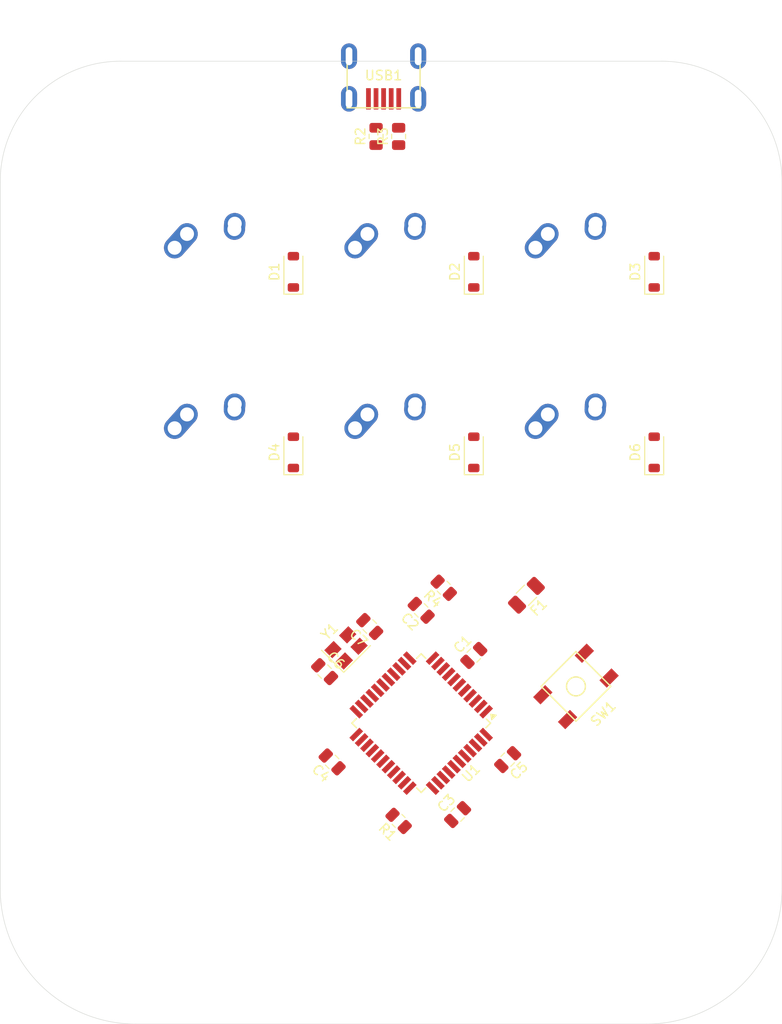
<source format=kicad_pcb>
(kicad_pcb (version 20240108) (generator "pcbnew") (generator_version "8.0")
  (layers (0 "F.Cu" signal) (31 "B.Cu" signal) (34 "B.Paste" user) (35 "F.Paste" user) (36 "B.SilkS" user "B.Silkscreen") (37 "F.SilkS" user "F.Silkscreen") (38 "B.Mask" user) (39 "F.Mask" user) (44 "Edge.Cuts" user))
  (net 0 "")
  (net 1 "GND")
  (net 2 "Net-(U1-UCAP)")
  (net 3 "+5V")
  (net 4 "Net-(U1-XTAL1)")
  (net 5 "Net-(U1-XTAL2)")
  (net 6 "Net-(D1-A)")
  (net 7 "ROW0")
  (net 8 "Net-(D2-A)")
  (net 9 "Net-(D3-A)")
  (net 10 "ROW1")
  (net 11 "Net-(D4-A)")
  (net 12 "Net-(D5-A)")
  (net 13 "Net-(D6-A)")
  (net 14 "VCC")
  (net 15 "COL0")
  (net 16 "COL1")
  (net 17 "COL2")
  (net 18 "Net-(U1-~{HWB}{slash}PE2)")
  (net 19 "D+")
  (net 20 "Net-(U1-D+)")
  (net 21 "D-")
  (net 22 "Net-(U1-D-)")
  (net 23 "Net-(U1-~{RESET})")
  (footprint "Capacitor_SMD:C_0805_2012Metric" (layer "F.Cu") (at 104.381498 129.259251 -135)
    (property "Reference" "C5" (at 0 -1.679999 45) (layer "F.SilkS"))
    (property "Value" "10uF")
    (fp_line (start -0.261253 0.735) (end 0.261253 0.735) (stroke (width 0.12)) (layer "F.SilkS"))
    (fp_line (start -0.261253 -0.735) (end 0.261253 -0.735) (stroke (width 0.12)) (layer "F.SilkS"))
    (pad "1" smd roundrect (at -0.949999 0 225) (size 1 1.45) (layers "F.Cu" "F.Paste" "F.Mask") (net 3 "+5V"))
    (pad "2" smd roundrect (at 0.949999 0 225) (size 1 1.45) (layers "F.Cu" "F.Paste" "F.Mask") (net 1 "GND"))
  )
  (footprint "MX_Alps_Hybrid:MX-1U-NoLED" (layer "F.Cu") (at 73.025 96.8375)
    (property "Reference" "MX4")
    (property "Value" "MX-NoLED")
    (pad "" np_thru_hole circle (at -5.08 0 48.0996) (size 1.75 1.75) (drill 1.75) (layers "*.Cu" "*.Mask"))
    (pad "" np_thru_hole circle (at 0 0) (size 3.9878 3.9878) (drill 3.9878) (layers "*.Cu" "*.Mask"))
    (pad "" np_thru_hole circle (at 5.08 0 48.0996) (size 1.75 1.75) (drill 1.75) (layers "*.Cu" "*.Mask"))
    (pad "1" thru_hole oval (at -3.81 -2.54 48.0996) (size 4.211556 2.25) (drill 1.47 (offset 0.980778 0)) (layers "*.Cu" "B.Mask") (net 15 "COL0"))
    (pad "1" thru_hole circle (at -2.5 -4) (size 2.25 2.25) (drill 1.47) (layers "*.Cu" "B.Mask") (net 15 "COL0"))
    (pad "2" thru_hole oval (at 2.5 -4.5 86.0548) (size 2.831378 2.25) (drill 1.47 (offset 0.290689 0)) (layers "*.Cu" "B.Mask") (net 11 "Net-(D4-A)"))
    (pad "2" thru_hole circle (at 2.54 -5.08) (size 2.25 2.25) (drill 1.47) (layers "*.Cu" "B.Mask") (net 11 "Net-(D4-A)"))
  )
  (footprint "Diode_SMD:D_SOD-123" (layer "F.Cu") (at 119.85625 96.8375 90)
    (property "Reference" "D6" (at 0 -2 90) (layer "F.SilkS"))
    (property "Value" "D_Small")
    (fp_line (start -2.36 -1) (end 1.65 -1) (stroke (width 0.12)) (layer "F.SilkS"))
    (fp_line (start -2.36 -1) (end -2.36 1) (stroke (width 0.12)) (layer "F.SilkS"))
    (fp_line (start -2.36 1) (end 1.65 1) (stroke (width 0.12)) (layer "F.SilkS"))
    (pad "1" smd roundrect (at -1.65 0 90) (size 0.9 1.2) (layers "F.Cu" "F.Paste" "F.Mask") (net 10 "ROW1"))
    (pad "2" smd roundrect (at 1.65 0 90) (size 0.9 1.2) (layers "F.Cu" "F.Paste" "F.Mask") (net 13 "Net-(D6-A)"))
  )
  (footprint "MX_Alps_Hybrid:MX-1U-NoLED" (layer "F.Cu") (at 92.075 77.7875)
    (property "Reference" "MX2")
    (property "Value" "MX-NoLED")
    (pad "" np_thru_hole circle (at -5.08 0 48.0996) (size 1.75 1.75) (drill 1.75) (layers "*.Cu" "*.Mask"))
    (pad "" np_thru_hole circle (at 0 0) (size 3.9878 3.9878) (drill 3.9878) (layers "*.Cu" "*.Mask"))
    (pad "" np_thru_hole circle (at 5.08 0 48.0996) (size 1.75 1.75) (drill 1.75) (layers "*.Cu" "*.Mask"))
    (pad "1" thru_hole oval (at -3.81 -2.54 48.0996) (size 4.211556 2.25) (drill 1.47 (offset 0.980778 0)) (layers "*.Cu" "B.Mask") (net 16 "COL1"))
    (pad "1" thru_hole circle (at -2.5 -4) (size 2.25 2.25) (drill 1.47) (layers "*.Cu" "B.Mask") (net 16 "COL1"))
    (pad "2" thru_hole oval (at 2.5 -4.5 86.0548) (size 2.831378 2.25) (drill 1.47 (offset 0.290689 0)) (layers "*.Cu" "B.Mask") (net 8 "Net-(D2-A)"))
    (pad "2" thru_hole circle (at 2.54 -5.08) (size 2.25 2.25) (drill 1.47) (layers "*.Cu" "B.Mask") (net 8 "Net-(D2-A)"))
  )
  (footprint "random-keyboard-parts:SKQG-1155865" (layer "F.Cu") (at 111.593571 121.533883 45)
    (property "Reference" "SW1" (at 0 4.064 45) (layer "F.SilkS"))
    (property "Value" "SW_Push")
    (fp_line (start -2.6 -2.6) (end 2.6 -2.6) (stroke (width 0.15)) (layer "F.SilkS"))
    (fp_line (start 2.6 -2.6) (end 2.6 2.6) (stroke (width 0.15)) (layer "F.SilkS"))
    (fp_line (start -2.6 2.6) (end -2.6 -2.6) (stroke (width 0.15)) (layer "F.SilkS"))
    (fp_line (start 2.6 2.6) (end -2.6 2.6) (stroke (width 0.15)) (layer "F.SilkS"))
    (fp_circle (center 0 0) (end 1 0) (stroke (width 0.15)) (fill none) (layer "F.SilkS"))
    (pad "1" smd rect (at 3.1 1.850001 45) (size 1.8 1.1) (layers "F.Cu" "F.Paste" "F.Mask") (net 1 "GND"))
    (pad "2" smd rect (at -3.1 -1.850001 45) (size 1.8 1.1) (layers "F.Cu" "F.Paste" "F.Mask") (net 23 "Net-(U1-~{RESET})"))
    (pad "3" smd rect (at 3.1 -1.850001 45) (size 1.8 1.1) (layers "F.Cu" "F.Paste" "F.Mask"))
    (pad "4" smd rect (at -3.1 1.850001 45) (size 1.8 1.1) (layers "F.Cu" "F.Paste" "F.Mask"))
  )
  (footprint "Capacitor_SMD:C_0805_2012Metric" (layer "F.Cu") (at 100.80625 118.26875 45)
    (property "Reference" "C1" (at 0 -1.679999 45) (layer "F.SilkS"))
    (property "Value" "1uF")
    (fp_line (start -0.261253 -0.735) (end 0.261253 -0.735) (stroke (width 0.12)) (layer "F.SilkS"))
    (fp_line (start -0.261253 0.735) (end 0.261253 0.735) (stroke (width 0.12)) (layer "F.SilkS"))
    (pad "1" smd roundrect (at -0.949999 0 45) (size 1 1.45) (layers "F.Cu" "F.Paste" "F.Mask") (net 2 "Net-(U1-UCAP)"))
    (pad "2" smd roundrect (at 0.949999 0 45) (size 1 1.45) (layers "F.Cu" "F.Paste" "F.Mask") (net 1 "GND"))
  )
  (footprint "MX_Alps_Hybrid:MX-1U-NoLED" (layer "F.Cu") (at 92.075 96.8375)
    (property "Reference" "MX5")
    (property "Value" "MX-NoLED")
    (pad "" np_thru_hole circle (at -5.08 0 48.0996) (size 1.75 1.75) (drill 1.75) (layers "*.Cu" "*.Mask"))
    (pad "" np_thru_hole circle (at 0 0) (size 3.9878 3.9878) (drill 3.9878) (layers "*.Cu" "*.Mask"))
    (pad "" np_thru_hole circle (at 5.08 0 48.0996) (size 1.75 1.75) (drill 1.75) (layers "*.Cu" "*.Mask"))
    (pad "1" thru_hole oval (at -3.81 -2.54 48.0996) (size 4.211556 2.25) (drill 1.47 (offset 0.980778 0)) (layers "*.Cu" "B.Mask") (net 16 "COL1"))
    (pad "1" thru_hole circle (at -2.5 -4) (size 2.25 2.25) (drill 1.47) (layers "*.Cu" "B.Mask") (net 16 "COL1"))
    (pad "2" thru_hole oval (at 2.5 -4.5 86.0548) (size 2.831378 2.25) (drill 1.47 (offset 0.290689 0)) (layers "*.Cu" "B.Mask") (net 12 "Net-(D5-A)"))
    (pad "2" thru_hole circle (at 2.54 -5.08) (size 2.25 2.25) (drill 1.47) (layers "*.Cu" "B.Mask") (net 12 "Net-(D5-A)"))
  )
  (footprint "Capacitor_SMD:C_0805_2012Metric" (layer "F.Cu") (at 95.25 113.50625 135)
    (property "Reference" "C2" (at 0 -1.679999 135) (layer "F.SilkS"))
    (property "Value" "0.1uF")
    (fp_line (start -0.261253 -0.735) (end 0.261253 -0.735) (stroke (width 0.12)) (layer "F.SilkS"))
    (fp_line (start -0.261253 0.735) (end 0.261253 0.735) (stroke (width 0.12)) (layer "F.SilkS"))
    (pad "1" smd roundrect (at -0.949999 0 135) (size 1 1.45) (layers "F.Cu" "F.Paste" "F.Mask") (net 3 "+5V"))
    (pad "2" smd roundrect (at 0.949999 0 135) (size 1 1.45) (layers "F.Cu" "F.Paste" "F.Mask") (net 1 "GND"))
  )
  (footprint "Resistor_SMD:R_0805_2012Metric" (layer "F.Cu") (at 92.86875 63.5 90)
    (property "Reference" "R3" (at 0 -1.65 90) (layer "F.SilkS"))
    (property "Value" "22")
    (fp_line (start -0.227064 -0.735) (end 0.227064 -0.735) (stroke (width 0.12)) (layer "F.SilkS"))
    (fp_line (start -0.227064 0.735) (end 0.227064 0.735) (stroke (width 0.12)) (layer "F.SilkS"))
    (pad "1" smd roundrect (at -0.9125 0 90) (size 1.025 1.4) (layers "F.Cu" "F.Paste" "F.Mask") (roundrect_rratio 0.243902) (net 22 "Net-(U1-D-)"))
    (pad "2" smd roundrect (at 0.9125 0 90) (size 1.025 1.4) (layers "F.Cu" "F.Paste" "F.Mask") (roundrect_rratio 0.243902) (net 21 "D-"))
  )
  (footprint "Diode_SMD:D_SOD-123" (layer "F.Cu") (at 119.85625 77.7875 90)
    (property "Reference" "D3" (at 0 -2 90) (layer "F.SilkS"))
    (property "Value" "D_Small")
    (fp_line (start -2.36 -1) (end 1.65 -1) (stroke (width 0.12)) (layer "F.SilkS"))
    (fp_line (start -2.36 -1) (end -2.36 1) (stroke (width 0.12)) (layer "F.SilkS"))
    (fp_line (start -2.36 1) (end 1.65 1) (stroke (width 0.12)) (layer "F.SilkS"))
    (pad "1" smd roundrect (at -1.65 0 90) (size 0.9 1.2) (layers "F.Cu" "F.Paste" "F.Mask") (net 7 "ROW0"))
    (pad "2" smd roundrect (at 1.65 0 90) (size 0.9 1.2) (layers "F.Cu" "F.Paste" "F.Mask") (net 9 "Net-(D3-A)"))
  )
  (footprint "random-keyboard-parts:Molex-0548190589" (layer "F.Cu") (at 91.28125 55.03125 -90)
    (property "Reference" "USB1" (at 2.032 0 360) (layer "F.SilkS"))
    (property "Value" "Molex-0548190589")
    (fp_line (start 0 3.85) (end 5.45 3.85) (stroke (width 0.15)) (layer "F.SilkS"))
    (fp_line (start 0 -3.85) (end 5.45 -3.85) (stroke (width 0.15)) (layer "F.SilkS"))
    (fp_line (start 5.45 -3.85) (end 5.45 3.85) (stroke (width 0.15)) (layer "F.SilkS"))
    (pad "1" smd rect (at 4.5 1.6 270) (size 2.25 0.5) (layers "F.Cu" "F.Paste" "F.Mask") (net 1 "GND"))
    (pad "2" smd rect (at 4.5 0.8 270) (size 2.25 0.5) (layers "F.Cu" "F.Paste" "F.Mask"))
    (pad "3" smd rect (at 4.5 0 270) (size 2.25 0.5) (layers "F.Cu" "F.Paste" "F.Mask") (net 19 "D+"))
    (pad "4" smd rect (at 4.5 -0.8 270) (size 2.25 0.5) (layers "F.Cu" "F.Paste" "F.Mask") (net 21 "D-"))
    (pad "5" smd rect (at 4.5 -1.6 270) (size 2.25 0.5) (layers "F.Cu" "F.Paste" "F.Mask") (net 14 "VCC"))
    (pad "6" thru_hole oval (at 0 -3.65 270) (size 2.7 1.7) (drill oval 1.9 0.7) (layers "*.Cu" "*.Mask"))
    (pad "6" thru_hole oval (at 0 3.65 270) (size 2.7 1.7) (drill oval 1.9 0.7) (layers "*.Cu" "*.Mask"))
    (pad "6" thru_hole oval (at 4.5 -3.65 270) (size 2.7 1.7) (drill oval 1.9 0.7) (layers "*.Cu" "*.Mask"))
    (pad "6" thru_hole oval (at 4.5 3.65 270) (size 2.7 1.7) (drill oval 1.9 0.7) (layers "*.Cu" "*.Mask"))
  )
  (footprint "MX_Alps_Hybrid:MX-1U-NoLED" (layer "F.Cu") (at 73.025 77.7875)
    (property "Reference" "MX1")
    (property "Value" "MX-NoLED")
    (pad "" np_thru_hole circle (at -5.08 0 48.0996) (size 1.75 1.75) (drill 1.75) (layers "*.Cu" "*.Mask"))
    (pad "" np_thru_hole circle (at 0 0) (size 3.9878 3.9878) (drill 3.9878) (layers "*.Cu" "*.Mask"))
    (pad "" np_thru_hole circle (at 5.08 0 48.0996) (size 1.75 1.75) (drill 1.75) (layers "*.Cu" "*.Mask"))
    (pad "1" thru_hole oval (at -3.81 -2.54 48.0996) (size 4.211556 2.25) (drill 1.47 (offset 0.980778 0)) (layers "*.Cu" "B.Mask") (net 15 "COL0"))
    (pad "1" thru_hole circle (at -2.5 -4) (size 2.25 2.25) (drill 1.47) (layers "*.Cu" "B.Mask") (net 15 "COL0"))
    (pad "2" thru_hole oval (at 2.5 -4.5 86.0548) (size 2.831378 2.25) (drill 1.47 (offset 0.290689 0)) (layers "*.Cu" "B.Mask") (net 6 "Net-(D1-A)"))
    (pad "2" thru_hole circle (at 2.54 -5.08) (size 2.25 2.25) (drill 1.47) (layers "*.Cu" "B.Mask") (net 6 "Net-(D1-A)"))
  )
  (footprint "Fuse:Fuse_1206_3216Metric" (layer "F.Cu") (at 106.3625 111.91875 -135)
    (property "Reference" "F1" (at 0 -1.82 45) (layer "F.SilkS"))
    (property "Value" "500mA")
    (fp_line (start -0.602064 0.91) (end 0.602064 0.91) (stroke (width 0.12)) (layer "F.SilkS"))
    (fp_line (start -0.602064 -0.91) (end 0.602064 -0.91) (stroke (width 0.12)) (layer "F.SilkS"))
    (pad "1" smd roundrect (at -1.399999 0 225) (size 1.25 1.75) (layers "F.Cu" "F.Paste" "F.Mask") (roundrect_rratio 0.2) (net 14 "VCC"))
    (pad "2" smd roundrect (at 1.399999 0 225) (size 1.25 1.75) (layers "F.Cu" "F.Paste" "F.Mask") (roundrect_rratio 0.2) (net 3 "+5V"))
  )
  (footprint "Capacitor_SMD:C_0805_2012Metric" (layer "F.Cu") (at 99.096751 135.059499 45)
    (property "Reference" "C3" (at 0 -1.679999 45) (layer "F.SilkS"))
    (property "Value" "0.1uF")
    (fp_line (start -0.261253 -0.735) (end 0.261253 -0.735) (stroke (width 0.12)) (layer "F.SilkS"))
    (fp_line (start -0.261253 0.735) (end 0.261253 0.735) (stroke (width 0.12)) (layer "F.SilkS"))
    (pad "1" smd roundrect (at -0.949999 0 45) (size 1 1.45) (layers "F.Cu" "F.Paste" "F.Mask") (net 3 "+5V"))
    (pad "2" smd roundrect (at 0.949999 0 45) (size 1 1.45) (layers "F.Cu" "F.Paste" "F.Mask") (net 1 "GND"))
  )
  (footprint "Package_QFP:TQFP-44_10x10mm_P0.8mm" (layer "F.Cu") (at 95.25 125.4125 -135)
    (property "Reference" "U1" (at 0 -7.450001 45) (layer "F.SilkS"))
    (property "Value" "ATmega32U4-A")
    (fp_line (start 5.175 5.175) (end 4.5 5.175) (stroke (width 0.15)) (layer "F.SilkS"))
    (fp_line (start 5.175 5.175) (end 5.175 4.5) (stroke (width 0.15)) (layer "F.SilkS"))
    (fp_line (start -5.175 5.175) (end -4.5 5.175) (stroke (width 0.15)) (layer "F.SilkS"))
    (fp_line (start -5.175 5.175) (end -5.175 4.5) (stroke (width 0.15)) (layer "F.SilkS"))
    (fp_line (start 5.175 -5.175) (end 5.175 -4.5) (stroke (width 0.15)) (layer "F.SilkS"))
    (fp_line (start 5.175 -5.175) (end 4.5 -5.175) (stroke (width 0.15)) (layer "F.SilkS"))
    (fp_line (start -5.175 -5.175) (end -4.5 -5.175) (stroke (width 0.15)) (layer "F.SilkS"))
    (fp_line (start -5.175 -5.175) (end -5.175001 -4.56) (stroke (width 0.15)) (layer "F.SilkS"))
    (fp_poly (pts (xy -5.86 -4.54) (xy -6.2 -5.01) (xy -5.519999 -5.01) (xy -5.86 -4.54)) (stroke (width 0.12)) (fill solid) (layer "F.SilkS"))
    (pad "1" smd rect (at -5.7 -4 225) (size 1.5 0.55) (layers "F.Cu" "F.Paste" "F.Mask"))
    (pad "2" smd rect (at -5.7 -3.2 225) (size 1.5 0.55) (layers "F.Cu" "F.Paste" "F.Mask") (net 3 "+5V"))
    (pad "3" smd rect (at -5.7 -2.4 225) (size 1.5 0.55) (layers "F.Cu" "F.Paste" "F.Mask") (net 22 "Net-(U1-D-)"))
    (pad "4" smd rect (at -5.7 -1.6 225) (size 1.5 0.55) (layers "F.Cu" "F.Paste" "F.Mask") (net 20 "Net-(U1-D+)"))
    (pad "5" smd rect (at -5.7 -0.8 225) (size 1.5 0.55) (layers "F.Cu" "F.Paste" "F.Mask") (net 1 "GND"))
    (pad "6" smd rect (at -5.7 0 225) (size 1.5 0.55) (layers "F.Cu" "F.Paste" "F.Mask") (net 2 "Net-(U1-UCAP)"))
    (pad "7" smd rect (at -5.7 0.8 225) (size 1.5 0.55) (layers "F.Cu" "F.Paste" "F.Mask") (net 3 "+5V"))
    (pad "8" smd rect (at -5.7 1.6 225) (size 1.5 0.55) (layers "F.Cu" "F.Paste" "F.Mask"))
    (pad "9" smd rect (at -5.7 2.4 225) (size 1.5 0.55) (layers "F.Cu" "F.Paste" "F.Mask"))
    (pad "10" smd rect (at -5.7 3.2 225) (size 1.5 0.55) (layers "F.Cu" "F.Paste" "F.Mask"))
    (pad "11" smd rect (at -5.7 4 225) (size 1.5 0.55) (layers "F.Cu" "F.Paste" "F.Mask"))
    (pad "12" smd rect (at -4 5.7 315) (size 1.5 0.55) (layers "F.Cu" "F.Paste" "F.Mask"))
    (pad "13" smd rect (at -3.2 5.7 315) (size 1.5 0.55) (layers "F.Cu" "F.Paste" "F.Mask") (net 23 "Net-(U1-~{RESET})"))
    (pad "14" smd rect (at -2.4 5.7 315) (size 1.5 0.55) (layers "F.Cu" "F.Paste" "F.Mask") (net 3 "+5V"))
    (pad "15" smd rect (at -1.6 5.7 315) (size 1.5 0.55) (layers "F.Cu" "F.Paste" "F.Mask") (net 1 "GND"))
    (pad "16" smd rect (at -0.8 5.7 315) (size 1.5 0.55) (layers "F.Cu" "F.Paste" "F.Mask") (net 5 "Net-(U1-XTAL2)"))
    (pad "17" smd rect (at 0 5.7 315) (size 1.5 0.55) (layers "F.Cu" "F.Paste" "F.Mask") (net 4 "Net-(U1-XTAL1)"))
    (pad "18" smd rect (at 0.8 5.7 315) (size 1.5 0.55) (layers "F.Cu" "F.Paste" "F.Mask"))
    (pad "19" smd rect (at 1.6 5.7 315) (size 1.5 0.55) (layers "F.Cu" "F.Paste" "F.Mask"))
    (pad "20" smd rect (at 2.4 5.7 315) (size 1.5 0.55) (layers "F.Cu" "F.Paste" "F.Mask"))
    (pad "21" smd rect (at 3.2 5.7 315) (size 1.5 0.55) (layers "F.Cu" "F.Paste" "F.Mask"))
    (pad "22" smd rect (at 4 5.7 315) (size 1.5 0.55) (layers "F.Cu" "F.Paste" "F.Mask"))
    (pad "23" smd rect (at 5.7 4 225) (size 1.5 0.55) (layers "F.Cu" "F.Paste" "F.Mask") (net 1 "GND"))
    (pad "24" smd rect (at 5.7 3.2 225) (size 1.5 0.55) (layers "F.Cu" "F.Paste" "F.Mask") (net 3 "+5V"))
    (pad "25" smd rect (at 5.7 2.4 225) (size 1.5 0.55) (layers "F.Cu" "F.Paste" "F.Mask"))
    (pad "26" smd rect (at 5.7 1.6 225) (size 1.5 0.55) (layers "F.Cu" "F.Paste" "F.Mask"))
    (pad "27" smd rect (at 5.7 0.8 225) (size 1.5 0.55) (layers "F.Cu" "F.Paste" "F.Mask"))
    (pad "28" smd rect (at 5.7 0 225) (size 1.5 0.55) (layers "F.Cu" "F.Paste" "F.Mask"))
    (pad "29" smd rect (at 5.7 -0.8 225) (size 1.5 0.55) (layers "F.Cu" "F.Paste" "F.Mask"))
    (pad "30" smd rect (at 5.7 -1.6 225) (size 1.5 0.55) (layers "F.Cu" "F.Paste" "F.Mask"))
    (pad "31" smd rect (at 5.7 -2.4 225) (size 1.5 0.55) (layers "F.Cu" "F.Paste" "F.Mask"))
    (pad "32" smd rect (at 5.7 -3.2 225) (size 1.5 0.55) (layers "F.Cu" "F.Paste" "F.Mask"))
    (pad "33" smd rect (at 5.7 -4 225) (size 1.5 0.55) (layers "F.Cu" "F.Paste" "F.Mask") (net 18 "Net-(U1-~{HWB}{slash}PE2)"))
    (pad "34" smd rect (at 4 -5.7 315) (size 1.5 0.55) (layers "F.Cu" "F.Paste" "F.Mask") (net 3 "+5V"))
    (pad "35" smd rect (at 3.2 -5.7 315) (size 1.5 0.55) (layers "F.Cu" "F.Paste" "F.Mask") (net 1 "GND"))
    (pad "36" smd rect (at 2.4 -5.7 315) (size 1.5 0.55) (layers "F.Cu" "F.Paste" "F.Mask"))
    (pad "37" smd rect (at 1.6 -5.7 315) (size 1.5 0.55) (layers "F.Cu" "F.Paste" "F.Mask"))
    (pad "38" smd rect (at 0.8 -5.7 315) (size 1.5 0.55) (layers "F.Cu" "F.Paste" "F.Mask"))
    (pad "39" smd rect (at 0 -5.7 315) (size 1.5 0.55) (layers "F.Cu" "F.Paste" "F.Mask"))
    (pad "40" smd rect (at -0.8 -5.7 315) (size 1.5 0.55) (layers "F.Cu" "F.Paste" "F.Mask"))
    (pad "41" smd rect (at -1.6 -5.7 315) (size 1.5 0.55) (layers "F.Cu" "F.Paste" "F.Mask"))
    (pad "42" smd rect (at -2.4 -5.7 315) (size 1.5 0.55) (layers "F.Cu" "F.Paste" "F.Mask"))
    (pad "43" smd rect (at -3.2 -5.7 315) (size 1.5 0.55) (layers "F.Cu" "F.Paste" "F.Mask") (net 1 "GND"))
    (pad "44" smd rect (at -4 -5.7 315) (size 1.5 0.55) (layers "F.Cu" "F.Paste" "F.Mask") (net 3 "+5V"))
  )
  (footprint "Capacitor_SMD:C_0805_2012Metric" (layer "F.Cu") (at 89.815749 115.215749 135)
    (property "Reference" "C7" (at 0 -1.679999 135) (layer "F.SilkS"))
    (property "Value" "22pF")
    (fp_line (start -0.261253 -0.735) (end 0.261253 -0.735) (stroke (width 0.12)) (layer "F.SilkS"))
    (fp_line (start -0.261253 0.735) (end 0.261253 0.735) (stroke (width 0.12)) (layer "F.SilkS"))
    (pad "1" smd roundrect (at -0.949999 0 135) (size 1 1.45) (layers "F.Cu" "F.Paste" "F.Mask") (net 1 "GND"))
    (pad "2" smd roundrect (at 0.949999 0 135) (size 1 1.45) (layers "F.Cu" "F.Paste" "F.Mask") (net 5 "Net-(U1-XTAL2)"))
  )
  (footprint "Diode_SMD:D_SOD-123" (layer "F.Cu") (at 100.80625 77.7875 90)
    (property "Reference" "D2" (at 0 -2 90) (layer "F.SilkS"))
    (property "Value" "D_Small")
    (fp_line (start -2.36 -1) (end 1.65 -1) (stroke (width 0.12)) (layer "F.SilkS"))
    (fp_line (start -2.36 -1) (end -2.36 1) (stroke (width 0.12)) (layer "F.SilkS"))
    (fp_line (start -2.36 1) (end 1.65 1) (stroke (width 0.12)) (layer "F.SilkS"))
    (pad "1" smd roundrect (at -1.65 0 90) (size 0.9 1.2) (layers "F.Cu" "F.Paste" "F.Mask") (net 7 "ROW0"))
    (pad "2" smd roundrect (at 1.65 0 90) (size 0.9 1.2) (layers "F.Cu" "F.Paste" "F.Mask") (net 8 "Net-(D2-A)"))
  )
  (footprint "Diode_SMD:D_SOD-123" (layer "F.Cu") (at 100.80625 96.8375 90)
    (property "Reference" "D5" (at 0 -2 90) (layer "F.SilkS"))
    (property "Value" "D_Small")
    (fp_line (start -2.36 -1) (end 1.65 -1) (stroke (width 0.12)) (layer "F.SilkS"))
    (fp_line (start -2.36 -1) (end -2.36 1) (stroke (width 0.12)) (layer "F.SilkS"))
    (fp_line (start -2.36 1) (end 1.65 1) (stroke (width 0.12)) (layer "F.SilkS"))
    (pad "1" smd roundrect (at -1.65 0 90) (size 0.9 1.2) (layers "F.Cu" "F.Paste" "F.Mask") (net 10 "ROW1"))
    (pad "2" smd roundrect (at 1.65 0 90) (size 0.9 1.2) (layers "F.Cu" "F.Paste" "F.Mask") (net 12 "Net-(D5-A)"))
  )
  (footprint "MX_Alps_Hybrid:MX-1U-NoLED" (layer "F.Cu") (at 111.125 77.7875)
    (property "Reference" "MX3")
    (property "Value" "MX-NoLED")
    (pad "" np_thru_hole circle (at -5.08 0 48.0996) (size 1.75 1.75) (drill 1.75) (layers "*.Cu" "*.Mask"))
    (pad "" np_thru_hole circle (at 0 0) (size 3.9878 3.9878) (drill 3.9878) (layers "*.Cu" "*.Mask"))
    (pad "" np_thru_hole circle (at 5.08 0 48.0996) (size 1.75 1.75) (drill 1.75) (layers "*.Cu" "*.Mask"))
    (pad "1" thru_hole oval (at -3.81 -2.54 48.0996) (size 4.211556 2.25) (drill 1.47 (offset 0.980778 0)) (layers "*.Cu" "B.Mask") (net 17 "COL2"))
    (pad "1" thru_hole circle (at -2.5 -4) (size 2.25 2.25) (drill 1.47) (layers "*.Cu" "B.Mask") (net 17 "COL2"))
    (pad "2" thru_hole oval (at 2.5 -4.5 86.0548) (size 2.831378 2.25) (drill 1.47 (offset 0.290689 0)) (layers "*.Cu" "B.Mask") (net 9 "Net-(D3-A)"))
    (pad "2" thru_hole circle (at 2.54 -5.08) (size 2.25 2.25) (drill 1.47) (layers "*.Cu" "B.Mask") (net 9 "Net-(D3-A)"))
  )
  (footprint "Crystal:Crystal_SMD_3225-4Pin_3.2x2.5mm" (layer "F.Cu") (at 87.3125 117.475 45)
    (property "Reference" "Y1" (at 0 -2.450001 45) (layer "F.SilkS"))
    (property "Value" "16MHz")
    (fp_line (start -2 -1.65) (end -2 1.65) (stroke (width 0.12)) (layer "F.SilkS"))
    (fp_line (start -2 1.65) (end 2 1.65) (stroke (width 0.12)) (layer "F.SilkS"))
    (pad "1" smd rect (at -1.1 0.85 45) (size 1.4 1.2) (layers "F.Cu" "F.Paste" "F.Mask") (net 4 "Net-(U1-XTAL1)"))
    (pad "2" smd rect (at 1.1 0.85 45) (size 1.4 1.2) (layers "F.Cu" "F.Paste" "F.Mask") (net 1 "GND"))
    (pad "3" smd rect (at 1.1 -0.85 45) (size 1.4 1.2) (layers "F.Cu" "F.Paste" "F.Mask") (net 5 "Net-(U1-XTAL2)"))
    (pad "4" smd rect (at -1.1 -0.85 45) (size 1.4 1.2) (layers "F.Cu" "F.Paste" "F.Mask") (net 1 "GND"))
  )
  (footprint "MX_Alps_Hybrid:MX-1U-NoLED" (layer "F.Cu") (at 111.125 96.8375)
    (property "Reference" "MX6")
    (property "Value" "MX-NoLED")
    (pad "" np_thru_hole circle (at -5.08 0 48.0996) (size 1.75 1.75) (drill 1.75) (layers "*.Cu" "*.Mask"))
    (pad "" np_thru_hole circle (at 0 0) (size 3.9878 3.9878) (drill 3.9878) (layers "*.Cu" "*.Mask"))
    (pad "" np_thru_hole circle (at 5.08 0 48.0996) (size 1.75 1.75) (drill 1.75) (layers "*.Cu" "*.Mask"))
    (pad "1" thru_hole oval (at -3.81 -2.54 48.0996) (size 4.211556 2.25) (drill 1.47 (offset 0.980778 0)) (layers "*.Cu" "B.Mask") (net 17 "COL2"))
    (pad "1" thru_hole circle (at -2.5 -4) (size 2.25 2.25) (drill 1.47) (layers "*.Cu" "B.Mask") (net 17 "COL2"))
    (pad "2" thru_hole oval (at 2.5 -4.5 86.0548) (size 2.831378 2.25) (drill 1.47 (offset 0.290689 0)) (layers "*.Cu" "B.Mask") (net 13 "Net-(D6-A)"))
    (pad "2" thru_hole circle (at 2.54 -5.08) (size 2.25 2.25) (drill 1.47) (layers "*.Cu" "B.Mask") (net 13 "Net-(D6-A)"))
  )
  (footprint "Resistor_SMD:R_0805_2012Metric" (layer "F.Cu") (at 90.4875 63.5 90)
    (property "Reference" "R2" (at 0 -1.65 90) (layer "F.SilkS"))
    (property "Value" "22")
    (fp_line (start -0.227064 -0.735) (end 0.227064 -0.735) (stroke (width 0.12)) (layer "F.SilkS"))
    (fp_line (start -0.227064 0.735) (end 0.227064 0.735) (stroke (width 0.12)) (layer "F.SilkS"))
    (pad "1" smd roundrect (at -0.9125 0 90) (size 1.025 1.4) (layers "F.Cu" "F.Paste" "F.Mask") (roundrect_rratio 0.243902) (net 20 "Net-(U1-D+)"))
    (pad "2" smd roundrect (at 0.9125 0 90) (size 1.025 1.4) (layers "F.Cu" "F.Paste" "F.Mask") (roundrect_rratio 0.243902) (net 19 "D+"))
  )
  (footprint "Capacitor_SMD:C_0805_2012Metric" (layer "F.Cu") (at 85.846999 129.503249 135)
    (property "Reference" "C4" (at 0 -1.679999 135) (layer "F.SilkS"))
    (property "Value" "0.1uF")
    (fp_line (start -0.261253 -0.735) (end 0.261253 -0.735) (stroke (width 0.12)) (layer "F.SilkS"))
    (fp_line (start -0.261253 0.735) (end 0.261253 0.735) (stroke (width 0.12)) (layer "F.SilkS"))
    (pad "1" smd roundrect (at -0.949999 0 135) (size 1 1.45) (layers "F.Cu" "F.Paste" "F.Mask") (net 3 "+5V"))
    (pad "2" smd roundrect (at 0.949999 0 135) (size 1 1.45) (layers "F.Cu" "F.Paste" "F.Mask") (net 1 "GND"))
  )
  (footprint "Resistor_SMD:R_0805_2012Metric" (layer "F.Cu") (at 97.63125 111.125 135)
    (property "Reference" "R4" (at 0 -1.65 135) (layer "F.SilkS"))
    (property "Value" "10k")
    (fp_line (start -0.227064 -0.735) (end 0.227064 -0.735) (stroke (width 0.12)) (layer "F.SilkS"))
    (fp_line (start -0.227064 0.735) (end 0.227064 0.735) (stroke (width 0.12)) (layer "F.SilkS"))
    (pad "1" smd roundrect (at -0.9125 0 135) (size 1.025 1.4) (layers "F.Cu" "F.Paste" "F.Mask") (roundrect_rratio 0.243902) (net 3 "+5V"))
    (pad "2" smd roundrect (at 0.9125 0 135) (size 1.025 1.4) (layers "F.Cu" "F.Paste" "F.Mask") (roundrect_rratio 0.243902) (net 23 "Net-(U1-~{RESET})"))
  )
  (footprint "Resistor_SMD:R_0805_2012Metric" (layer "F.Cu") (at 92.86875 135.73125 135)
    (property "Reference" "R1" (at 0 -1.65 135) (layer "F.SilkS"))
    (property "Value" "10k")
    (fp_line (start -0.227064 -0.735) (end 0.227064 -0.735) (stroke (width 0.12)) (layer "F.SilkS"))
    (fp_line (start -0.227064 0.735) (end 0.227064 0.735) (stroke (width 0.12)) (layer "F.SilkS"))
    (pad "1" smd roundrect (at -0.9125 0 135) (size 1.025 1.4) (layers "F.Cu" "F.Paste" "F.Mask") (roundrect_rratio 0.243902) (net 1 "GND"))
    (pad "2" smd roundrect (at 0.9125 0 135) (size 1.025 1.4) (layers "F.Cu" "F.Paste" "F.Mask") (roundrect_rratio 0.243902) (net 18 "Net-(U1-~{HWB}{slash}PE2)"))
  )
  (footprint "Capacitor_SMD:C_0805_2012Metric" (layer "F.Cu") (at 85.053249 119.978249 -45)
    (property "Reference" "C6" (at 0 -1.679999 135) (layer "F.SilkS"))
    (property "Value" "22pF")
    (fp_line (start -0.261253 0.735) (end 0.261253 0.735) (stroke (width 0.12)) (layer "F.SilkS"))
    (fp_line (start -0.261253 -0.735) (end 0.261253 -0.735) (stroke (width 0.12)) (layer "F.SilkS"))
    (pad "1" smd roundrect (at -0.949999 0 315) (size 1 1.45) (layers "F.Cu" "F.Paste" "F.Mask") (net 1 "GND"))
    (pad "2" smd roundrect (at 0.949999 0 315) (size 1 1.45) (layers "F.Cu" "F.Paste" "F.Mask") (net 4 "Net-(U1-XTAL1)"))
  )
  (footprint "Diode_SMD:D_SOD-123" (layer "F.Cu") (at 81.75625 77.7875 90)
    (property "Reference" "D1" (at 0 -2 90) (layer "F.SilkS"))
    (property "Value" "D_Small")
    (fp_line (start -2.36 -1) (end 1.65 -1) (stroke (width 0.12)) (layer "F.SilkS"))
    (fp_line (start -2.36 -1) (end -2.36 1) (stroke (width 0.12)) (layer "F.SilkS"))
    (fp_line (start -2.36 1) (end 1.65 1) (stroke (width 0.12)) (layer "F.SilkS"))
    (pad "1" smd roundrect (at -1.65 0 90) (size 0.9 1.2) (layers "F.Cu" "F.Paste" "F.Mask") (net 7 "ROW0"))
    (pad "2" smd roundrect (at 1.65 0 90) (size 0.9 1.2) (layers "F.Cu" "F.Paste" "F.Mask") (net 6 "Net-(D1-A)"))
  )
  (footprint "Diode_SMD:D_SOD-123" (layer "F.Cu") (at 81.75625 96.8375 90)
    (property "Reference" "D4" (at 0 -2 90) (layer "F.SilkS"))
    (property "Value" "D_Small")
    (fp_line (start -2.36 -1) (end 1.65 -1) (stroke (width 0.12)) (layer "F.SilkS"))
    (fp_line (start -2.36 -1) (end -2.36 1) (stroke (width 0.12)) (layer "F.SilkS"))
    (fp_line (start -2.36 1) (end 1.65 1) (stroke (width 0.12)) (layer "F.SilkS"))
    (pad "1" smd roundrect (at -1.65 0 90) (size 0.9 1.2) (layers "F.Cu" "F.Paste" "F.Mask") (net 10 "ROW1"))
    (pad "2" smd roundrect (at 1.65 0 90) (size 0.9 1.2) (layers "F.Cu" "F.Paste" "F.Mask") (net 11 "Net-(D4-A)"))
  )
  (gr_line (start 119.0625 157.1625) (end 65.0875 157.1625) (stroke (width 0.05)) (layer "Edge.Cuts"))
  (gr_line (start 63.5 55.5625) (end 120.65 55.5625) (stroke (width 0.05)) (layer "Edge.Cuts"))
  (gr_arc (start 65.0875 157.1625) (mid 54.984712 152.977788) (end 50.8 142.875) (stroke (width 0.05)) (layer "Edge.Cuts"))
  (gr_arc (start 120.65 55.5625) (mid 129.630256 59.282244) (end 133.35 68.2625) (stroke (width 0.05)) (layer "Edge.Cuts"))
  (gr_line (start 50.8 68.2625) (end 50.8 142.875) (stroke (width 0.05)) (layer "Edge.Cuts"))
  (gr_line (start 133.35 68.2625) (end 133.35 142.875) (stroke (width 0.05)) (layer "Edge.Cuts"))
  (gr_arc (start 133.35 142.875) (mid 129.165288 152.977788) (end 119.0625 157.1625) (stroke (width 0.05)) (layer "Edge.Cuts"))
  (gr_arc (start 50.8 68.2625) (mid 54.519744 59.282244) (end 63.5 55.5625) (stroke (width 0.05)) (layer "Edge.Cuts"))
)
</source>
